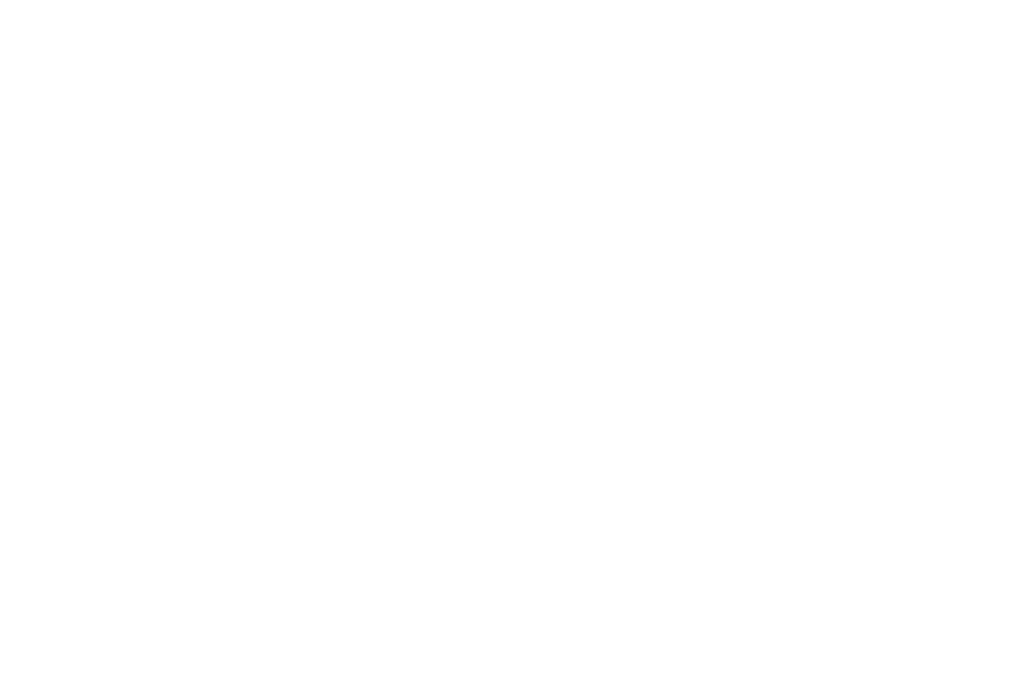
<source format=kicad_pcb>
(kicad_pcb (version 20171130) (host pcbnew "(5.1.6)-1")

  (general
    (thickness 1.6)
    (drawings 188)
    (tracks 0)
    (zones 0)
    (modules 0)
    (nets 1)
  )

  (page A4)
  (layers
    (0 F.Cu signal)
    (31 B.Cu signal)
    (32 B.Adhes user)
    (33 F.Adhes user)
    (34 B.Paste user)
    (35 F.Paste user)
    (36 B.SilkS user)
    (37 F.SilkS user)
    (38 B.Mask user)
    (39 F.Mask user)
    (40 Dwgs.User user)
    (41 Cmts.User user)
    (42 Eco1.User user)
    (43 Eco2.User user)
    (44 Edge.Cuts user)
    (45 Margin user)
    (46 B.CrtYd user)
    (47 F.CrtYd user)
    (48 B.Fab user)
    (49 F.Fab user)
  )

  (setup
    (last_trace_width 0.25)
    (trace_clearance 0.2)
    (zone_clearance 0.508)
    (zone_45_only no)
    (trace_min 0.2)
    (via_size 0.8)
    (via_drill 0.4)
    (via_min_size 0.4)
    (via_min_drill 0.3)
    (uvia_size 0.3)
    (uvia_drill 0.1)
    (uvias_allowed no)
    (uvia_min_size 0.2)
    (uvia_min_drill 0.1)
    (edge_width 0.05)
    (segment_width 0.2)
    (pcb_text_width 0.3)
    (pcb_text_size 1.5 1.5)
    (mod_edge_width 0.12)
    (mod_text_size 1 1)
    (mod_text_width 0.15)
    (pad_size 1.524 1.524)
    (pad_drill 0.762)
    (pad_to_mask_clearance 0.05)
    (aux_axis_origin 0 0)
    (visible_elements 7FFFFFFF)
    (pcbplotparams
      (layerselection 0x010fc_ffffffff)
      (usegerberextensions false)
      (usegerberattributes true)
      (usegerberadvancedattributes true)
      (creategerberjobfile true)
      (excludeedgelayer true)
      (linewidth 0.100000)
      (plotframeref false)
      (viasonmask false)
      (mode 1)
      (useauxorigin false)
      (hpglpennumber 1)
      (hpglpenspeed 20)
      (hpglpendiameter 15.000000)
      (psnegative false)
      (psa4output false)
      (plotreference true)
      (plotvalue true)
      (plotinvisibletext false)
      (padsonsilk false)
      (subtractmaskfromsilk false)
      (outputformat 1)
      (mirror false)
      (drillshape 1)
      (scaleselection 1)
      (outputdirectory ""))
  )

  (net 0 "")

  (net_class Default "This is the default net class."
    (clearance 0.2)
    (trace_width 0.25)
    (via_dia 0.8)
    (via_drill 0.4)
    (uvia_dia 0.3)
    (uvia_drill 0.1)
  )

  (gr_text "FEED means a track power feed from the controller.\nThese will be thin RED and BLACK wires with labels\nthat match this plan." (at 125.222 160.528) (layer Dwgs.User) (tstamp 5F0F51F1)
    (effects (font (size 2 2) (thickness 0.3)) (justify left))
  )
  (gr_text FEED[J-] (at 267.716 147.32) (layer Dwgs.User) (tstamp 5F0F51DF)
    (effects (font (size 2 2) (thickness 0.3)))
  )
  (gr_text FEED[D-] (at 189.484 122.428) (layer Dwgs.User) (tstamp 5F0F51EE)
    (effects (font (size 2 2) (thickness 0.3)))
  )
  (gr_text FROG#5 (at 189.484 108.966) (layer Dwgs.User) (tstamp 5F0F51EB)
    (effects (font (size 2 2) (thickness 0.3)))
  )
  (gr_text FEED[D-] (at 116.586 122.174) (layer Dwgs.User) (tstamp 5F0F51E8)
    (effects (font (size 2 2) (thickness 0.3)))
  )
  (gr_text FEED[D+] (at 115.824 108.966) (layer Dwgs.User) (tstamp 5F0F51E5)
    (effects (font (size 2 2) (thickness 0.3)))
  )
  (gr_text FEED[H+] (at 48.514 109.474) (layer Dwgs.User) (tstamp 5F0F51E2)
    (effects (font (size 2 2) (thickness 0.3)))
  )
  (gr_text FEED[I-] (at 264.414 96.774) (layer Dwgs.User) (tstamp 5F0F51DC)
    (effects (font (size 2 2) (thickness 0.3)))
  )
  (gr_text FEED[C-] (at 190.754 96.774) (layer Dwgs.User) (tstamp 5F0F526C)
    (effects (font (size 2 2) (thickness 0.3)))
  )
  (gr_text FEED[C+] (at 190.246 84.074) (layer Dwgs.User) (tstamp 5F0F5263)
    (effects (font (size 2 2) (thickness 0.3)))
  )
  (gr_text FEED[C-] (at 166.37 96.774) (layer Dwgs.User) (tstamp 5F0F523C)
    (effects (font (size 2 2) (thickness 0.3)))
  )
  (gr_text FEED[C+] (at 165.608 83.82) (layer Dwgs.User) (tstamp 5F0F524E)
    (effects (font (size 2 2) (thickness 0.3)))
  )
  (gr_text FEED[B-] (at 256.54 71.374) (layer Dwgs.User) (tstamp 5F0F5269)
    (effects (font (size 2 2) (thickness 0.3)))
  )
  (gr_text FEED[B+] (at 256.54 58.42) (layer Dwgs.User) (tstamp 5F0F526F)
    (effects (font (size 2 2) (thickness 0.3)))
  )
  (gr_text FROG#7 (at 191.262 45.72) (layer Dwgs.User) (tstamp 5F0F5260)
    (effects (font (size 2 2) (thickness 0.3)))
  )
  (gr_text FEED[A+] (at 190.5 33.528) (layer Dwgs.User) (tstamp 5F0F524B)
    (effects (font (size 2 2) (thickness 0.3)))
  )
  (gr_text FEED[A-] (at 91.44 71.882) (layer Dwgs.User) (tstamp 5F0F5248)
    (effects (font (size 2 2) (thickness 0.3)))
  )
  (gr_line (start 91.186 66.802) (end 91.186 69.342) (layer Dwgs.User) (width 0.15) (tstamp 5F0F504A))
  (gr_line (start 91.186 60.96) (end 91.186 62.738) (layer Dwgs.User) (width 0.15) (tstamp 5F0F50EF))
  (gr_text FEED[A+] (at 91.186 59.182) (layer Dwgs.User) (tstamp 5F0F525D)
    (effects (font (size 2 2) (thickness 0.3)))
  )
  (gr_text FEED[A-] (at 50.8 95.758) (layer Dwgs.User) (tstamp 5F0F527B)
    (effects (font (size 2 2) (thickness 0.3)))
  )
  (gr_text FEED[G+] (at 50.8 84.328) (layer Dwgs.User) (tstamp 5F0F523F)
    (effects (font (size 2 2) (thickness 0.3)))
  )
  (gr_text FEED[A-] (at 50.8 71.12) (layer Dwgs.User) (tstamp 5F0F5272)
    (effects (font (size 2 2) (thickness 0.3)))
  )
  (gr_text FEED[F+] (at 50.8 58.674) (layer Dwgs.User) (tstamp 5F0F5245)
    (effects (font (size 2 2) (thickness 0.3)))
  )
  (gr_text FEED[A-] (at 51.562 45.212) (layer Dwgs.User) (tstamp 5F0F5278)
    (effects (font (size 2 2) (thickness 0.3)))
  )
  (gr_text FEED[E+] (at 51.054 34.036) (layer Dwgs.User) (tstamp 5F0F5242)
    (effects (font (size 2 2) (thickness 0.3)))
  )
  (gr_line (start 264.414 91.948) (end 264.414 94.488) (layer Dwgs.User) (width 0.15) (tstamp 5F0F50DD))
  (gr_line (start 264.16 91.948) (end 264.16 94.488) (layer Dwgs.User) (width 0.15) (tstamp 5F0F5074))
  (gr_line (start 256.54 66.802) (end 256.54 69.342) (layer Dwgs.User) (width 0.15) (tstamp 5F0F5095))
  (gr_line (start 256.54 62.738) (end 256.54 60.452) (layer Dwgs.User) (width 0.15) (tstamp 5F0F50C8))
  (gr_line (start 191.008 37.338) (end 191.008 35.56) (layer Dwgs.User) (width 0.15) (tstamp 5F0F50B6))
  (gr_line (start 191.008 41.656) (end 191.008 43.434) (layer Dwgs.User) (width 0.15) (tstamp 5F0F50CB))
  (gr_line (start 187.198 113.792) (end 187.198 110.998) (layer Dwgs.User) (width 0.15) (tstamp 5F0F5083))
  (gr_line (start 187.198 117.602) (end 187.198 120.142) (layer Dwgs.User) (width 0.15) (tstamp 5F0F50E6))
  (gr_line (start 187.96 88.138) (end 187.96 85.852) (layer Dwgs.User) (width 0.15) (tstamp 5F0F5077))
  (gr_line (start 187.96 92.202) (end 187.96 94.742) (layer Dwgs.User) (width 0.15) (tstamp 5F0F508F))
  (gr_line (start 167.386 91.948) (end 167.386 94.488) (layer Dwgs.User) (width 0.15) (tstamp 5F0F506B))
  (gr_line (start 167.386 88.138) (end 167.386 85.852) (layer Dwgs.User) (width 0.15) (tstamp 5F0F5089))
  (gr_line (start 117.094 117.348) (end 117.094 119.888) (layer Dwgs.User) (width 0.15) (tstamp 5F0F504D))
  (gr_line (start 117.094 113.538) (end 117.094 110.998) (layer Dwgs.User) (width 0.15) (tstamp 5F0F5071))
  (gr_line (start 51.054 113.538) (end 51.054 111.76) (layer Dwgs.User) (width 0.15) (tstamp 5F0F50E3))
  (gr_line (start 51.054 91.948) (end 51.054 93.98) (layer Dwgs.User) (width 0.15) (tstamp 5F0F5056))
  (gr_line (start 51.054 86.36) (end 51.054 88.138) (layer Dwgs.User) (width 0.15) (tstamp 5F0F50AA))
  (gr_line (start 51.054 66.802) (end 51.054 68.834) (layer Dwgs.User) (width 0.15) (tstamp 5F0F509E))
  (gr_line (start 51.054 62.738) (end 51.054 60.706) (layer Dwgs.User) (width 0.15) (tstamp 5F0F50EC))
  (gr_line (start 51.308 41.402) (end 51.308 43.18) (layer Dwgs.User) (width 0.15) (tstamp 5F0F50DA))
  (gr_line (start 51.308 37.338) (end 51.308 35.814) (layer Dwgs.User) (width 0.15) (tstamp 5F0F50D7))
  (gr_line (start 266.7 143.002) (end 266.7 145.288) (layer Dwgs.User) (width 0.15) (tstamp 5F0F50CE))
  (gr_line (start 187.452 117.602) (end 187.452 120.142) (layer Dwgs.User) (width 0.15) (tstamp 5F0F50BC))
  (gr_line (start 187.452 113.792) (end 187.452 110.998) (layer Dwgs.User) (width 0.15) (tstamp 5F0F50B3))
  (gr_line (start 116.84 117.348) (end 116.84 119.888) (layer Dwgs.User) (width 0.15) (tstamp 5F0F509B))
  (gr_line (start 116.84 113.538) (end 116.84 110.998) (layer Dwgs.User) (width 0.15) (tstamp 5F0F5065))
  (gr_line (start 50.8 113.538) (end 50.8 111.76) (layer Dwgs.User) (width 0.15) (tstamp 5F0F50B9))
  (gr_line (start 167.64 91.948) (end 167.64 94.488) (layer Dwgs.User) (width 0.15) (tstamp 5F0F5098))
  (gr_line (start 167.64 88.138) (end 167.64 85.852) (layer Dwgs.User) (width 0.15) (tstamp 5F0F50B0))
  (gr_line (start 187.706 92.202) (end 187.706 94.742) (layer Dwgs.User) (width 0.15) (tstamp 5F0F50E9))
  (gr_line (start 187.706 88.138) (end 187.706 85.852) (layer Dwgs.User) (width 0.15) (tstamp 5F0F50C5))
  (gr_line (start 256.794 66.802) (end 256.794 69.342) (layer Dwgs.User) (width 0.15) (tstamp 5F0F5092))
  (gr_line (start 256.794 62.738) (end 256.794 60.452) (layer Dwgs.User) (width 0.15) (tstamp 5F0F50E0))
  (gr_line (start 190.754 37.338) (end 190.754 35.56) (layer Dwgs.User) (width 0.15) (tstamp 5F0F5050))
  (gr_line (start 190.754 41.656) (end 190.754 43.434) (layer Dwgs.User) (width 0.15) (tstamp 5F0F508C))
  (gr_line (start 91.44 62.738) (end 91.44 60.96) (layer Dwgs.User) (width 0.15) (tstamp 5F0F50D4))
  (gr_line (start 144.272 92.202) (end 144.272 93.98) (layer Dwgs.User) (width 0.15) (tstamp 5F0F50AD))
  (gr_line (start 216.408 41.402) (end 216.408 43.434) (layer Dwgs.User) (width 0.15) (tstamp 5F0F50D1))
  (gr_line (start 224.536 62.738) (end 223.266 64.008) (layer Dwgs.User) (width 0.15) (tstamp 5F0F505C))
  (gr_line (start 215.138 88.138) (end 215.138 86.36) (layer Dwgs.User) (width 0.15) (tstamp 5F0F5086))
  (gr_line (start 216.408 117.856) (end 216.408 119.38) (layer Dwgs.User) (width 0.15) (tstamp 5F0F50C2))
  (gr_line (start 140.716 113.538) (end 140.716 111.76) (layer Dwgs.User) (width 0.15) (tstamp 5F0F5053))
  (gr_line (start 89.662 117.602) (end 89.662 119.38) (layer Dwgs.User) (width 0.15) (tstamp 5F0F50BF))
  (gr_text FROG#4 (at 222.504 119.888) (layer Dwgs.User) (tstamp 5F0F5275)
    (effects (font (size 2 2) (thickness 0.3)))
  )
  (gr_text FROG#8 (at 83.312 120.396) (layer Dwgs.User) (tstamp 5F0F5239)
    (effects (font (size 2 2) (thickness 0.3)))
  )
  (gr_text FROG#5 (at 147.066 111.506) (layer Dwgs.User) (tstamp 5F0F5257)
    (effects (font (size 2 2) (thickness 0.3)))
  )
  (gr_text FROG#6 (at 138.176 94.488) (layer Dwgs.User) (tstamp 5F0F5266)
    (effects (font (size 2 2) (thickness 0.3)))
  )
  (gr_text FROG#3 (at 221.234 86.106) (layer Dwgs.User) (tstamp 5F0F525A)
    (effects (font (size 2 2) (thickness 0.3)))
  )
  (gr_text FROG#1 (at 222.504 43.688) (layer Dwgs.User) (tstamp 5F0F5254)
    (effects (font (size 2 2) (thickness 0.3)))
  )
  (gr_text FROG#2 (at 217.17 65.532) (layer Dwgs.User) (tstamp 5F0F5251)
    (effects (font (size 2 2) (thickness 0.3)))
  )
  (gr_text "FROG means solder the thin YELLOW\nwire labelled \"FROG\" from the points \nmotor to the track here." (at 25.4 180.34) (layer Dwgs.User) (tstamp 5F0F5230)
    (effects (font (size 2 2) (thickness 0.3)) (justify left))
  )
  (gr_text FROG#7 (at 111.506 65.024) (layer Dwgs.User) (tstamp 5F0F5224)
    (effects (font (size 2 2) (thickness 0.3)))
  )
  (gr_line (start 105.918 67.31) (end 106.934 66.294) (layer Dwgs.User) (width 0.15) (tstamp 5F0F50A7))
  (gr_line (start 177.8 31.75) (end 177.8 26.67) (layer Dwgs.User) (width 0.15) (tstamp 5F0F5080))
  (gr_line (start 177.8 123.19) (end 177.8 133.35) (layer Dwgs.User) (width 0.15) (tstamp 5F0F507D))
  (gr_line (start 177.8 97.79) (end 177.8 107.95) (layer Dwgs.User) (width 0.15) (tstamp 5F0F50A4))
  (gr_line (start 177.8 74.93) (end 177.8 82.55) (layer Dwgs.User) (width 0.15) (tstamp 5F0F507A))
  (gr_line (start 177.8 54.61) (end 177.8 59.69) (layer Dwgs.User) (width 0.15) (tstamp 5F0F5059))
  (gr_line (start 177.8 46.99) (end 177.8 52.07) (layer Dwgs.User) (width 0.15) (tstamp 5F0F50A1))
  (gr_line (start 177.8 44.45) (end 177.8 34.29) (layer Dwgs.User) (width 0.15) (tstamp 5F0F506E))
  (gr_line (start 177.8 72.39) (end 177.8 62.23) (layer Dwgs.User) (width 0.15) (tstamp 5F0F5068))
  (gr_line (start 177.8 135.89) (end 177.8 146.05) (layer Dwgs.User) (width 0.15) (tstamp 5F0F5062))
  (gr_line (start 177.8 110.49) (end 177.8 120.65) (layer Dwgs.User) (width 0.15) (tstamp 5F0F505F))
  (gr_line (start 177.8 85.09) (end 177.8 95.25) (layer Dwgs.User) (width 0.15) (tstamp 5F0F5173))
  (gr_text "#7" (at 101.6 64.77) (layer Dwgs.User) (tstamp 5F0F520C)
    (effects (font (size 3 3) (thickness 0.6)))
  )
  (gr_text "#8" (at 98.298 116.078) (layer Dwgs.User) (tstamp 5F0F5209)
    (effects (font (size 3 3) (thickness 0.6)))
  )
  (gr_text "#5" (at 132.842 115.062) (layer Dwgs.User) (tstamp 5F0F51FA)
    (effects (font (size 3 3) (thickness 0.6)))
  )
  (gr_text "#6" (at 153.67 91.186) (layer Dwgs.User) (tstamp 5F0F5221)
    (effects (font (size 3 3) (thickness 0.6)))
  )
  (gr_text "#4" (at 207.264 116.078) (layer Dwgs.User) (tstamp 5F0F520F)
    (effects (font (size 3 3) (thickness 0.6)))
  )
  (gr_text "#3" (at 207.518 89.154) (layer Dwgs.User) (tstamp 5F0F5233)
    (effects (font (size 3 3) (thickness 0.6)))
  )
  (gr_text "#2" (at 229.616 65.024) (layer Dwgs.User) (tstamp 5F0F51F7)
    (effects (font (size 3 3) (thickness 0.6)))
  )
  (gr_text "#1" (at 207.01 40.132) (layer Dwgs.User) (tstamp 5F0F5215)
    (effects (font (size 3 3) (thickness 0.6)))
  )
  (gr_text "GOLDEN KEY WIRING PLAN" (at 64.008 20.574) (layer Dwgs.User) (tstamp 5F0F5206)
    (effects (font (size 4 4) (thickness 0.6)))
  )
  (gr_text "GAP means put a break in the track here with an insulated\njoiner. The ones with arrows mean you should put it in the\nposition where you want the isolated siding to start. Others\njust need to go roughly half way between the points, the\nposition is not critical." (at 25.4 163.83) (layer Dwgs.User) (tstamp 5F0F522D)
    (effects (font (size 2 2) (thickness 0.3)) (justify left))
  )
  (gr_line (start 58.42 108.712) (end 59.182 109.474) (layer Dwgs.User) (width 0.15) (tstamp 5F0F515B))
  (gr_line (start 58.42 108.712) (end 59.182 107.95) (layer Dwgs.User) (width 0.15) (tstamp 5F0F5158))
  (gr_line (start 60.706 108.712) (end 58.42 108.712) (layer Dwgs.User) (width 0.15) (tstamp 5F0F5179))
  (gr_line (start 69.342 108.712) (end 68.58 109.474) (layer Dwgs.User) (width 0.15) (tstamp 5F0F51A3))
  (gr_line (start 69.342 108.712) (end 68.58 107.95) (layer Dwgs.User) (width 0.15) (tstamp 5F0F5155))
  (gr_line (start 66.802 108.712) (end 69.342 108.712) (layer Dwgs.User) (width 0.15) (tstamp 5F0F5128))
  (gr_line (start 241.046 96.52) (end 242.062 97.536) (layer Dwgs.User) (width 0.15) (tstamp 5F0F517C))
  (gr_line (start 241.046 96.52) (end 242.062 95.504) (layer Dwgs.User) (width 0.15) (tstamp 5F0F51C1))
  (gr_line (start 243.586 96.52) (end 241.046 96.52) (layer Dwgs.User) (width 0.15) (tstamp 5F0F5122))
  (gr_line (start 252.73 96.52) (end 251.968 97.282) (layer Dwgs.User) (width 0.15) (tstamp 5F0F51AF))
  (gr_line (start 252.73 96.52) (end 251.968 95.758) (layer Dwgs.User) (width 0.15) (tstamp 5F0F51BE))
  (gr_line (start 249.682 96.52) (end 252.73 96.52) (layer Dwgs.User) (width 0.15) (tstamp 5F0F51CA))
  (gr_line (start 243.84 147.574) (end 244.602 148.336) (layer Dwgs.User) (width 0.15) (tstamp 5F0F51BB))
  (gr_line (start 243.84 147.574) (end 244.602 146.812) (layer Dwgs.User) (width 0.15) (tstamp 5F0F5131))
  (gr_line (start 246.38 147.574) (end 243.84 147.574) (layer Dwgs.User) (width 0.15) (tstamp 5F0F51C7))
  (gr_line (start 255.27 147.574) (end 254.508 148.336) (layer Dwgs.User) (width 0.15) (tstamp 5F0F5170))
  (gr_line (start 255.27 147.574) (end 254.508 146.812) (layer Dwgs.User) (width 0.15) (tstamp 5F0F5146))
  (gr_line (start 252.73 147.574) (end 255.27 147.574) (layer Dwgs.User) (width 0.15) (tstamp 5F0F515E))
  (gr_line (start 129.54 113.03) (end 25.4 113.03) (layer Dwgs.User) (width 0.15) (tstamp 5F0F514F))
  (gr_line (start 149.86 92.71) (end 124.46 92.71) (layer Dwgs.User) (width 0.15) (tstamp 5F0F51AC))
  (gr_line (start 279.4 113.03) (end 137.16 113.03) (layer Dwgs.User) (width 0.15) (tstamp 5F0F5125))
  (gr_line (start 279.4 92.71) (end 157.48 92.71) (layer Dwgs.User) (width 0.15) (tstamp 5F0F5185))
  (gr_line (start 91.44 66.802) (end 91.44 69.342) (layer Dwgs.User) (width 0.15) (tstamp 5F0F513A))
  (gr_line (start 50.8 91.948) (end 50.8 93.98) (layer Dwgs.User) (width 0.15) (tstamp 5F0F518B))
  (gr_line (start 50.8 88.138) (end 50.8 86.36) (layer Dwgs.User) (width 0.15) (tstamp 5F0F5137))
  (gr_line (start 50.8 66.802) (end 50.8 68.834) (layer Dwgs.User) (width 0.15) (tstamp 5F0F5164))
  (gr_line (start 50.8 62.738) (end 50.8 60.706) (layer Dwgs.User) (width 0.15) (tstamp 5F0F518E))
  (gr_line (start 51.054 41.402) (end 51.054 43.18) (layer Dwgs.User) (width 0.15) (tstamp 5F0F5149))
  (gr_line (start 51.054 37.338) (end 51.054 35.814) (layer Dwgs.User) (width 0.15) (tstamp 5F0F516A))
  (gr_text GAP (at 63.754 108.712) (layer Dwgs.User) (tstamp 5F0F5203)
    (effects (font (size 2 2) (thickness 0.3)))
  )
  (gr_text GAP (at 120.65 93.98) (layer Dwgs.User) (tstamp 5F0F521E)
    (effects (font (size 2 2) (thickness 0.3)))
  )
  (gr_text GAP (at 130.302 84.836) (layer Dwgs.User) (tstamp 5F0F5200)
    (effects (font (size 2 2) (thickness 0.3)))
  )
  (gr_text GAP (at 136.652 102.616) (layer Dwgs.User) (tstamp 5F0F5212)
    (effects (font (size 2 2) (thickness 0.3)))
  )
  (gr_text GAP (at 148.844 105.156) (layer Dwgs.User) (tstamp 5F0F522A)
    (effects (font (size 2 2) (thickness 0.3)))
  )
  (gr_text GAP (at 249.428 147.828) (layer Dwgs.User) (tstamp 5F0F521B)
    (effects (font (size 2 2) (thickness 0.3)))
  )
  (gr_text GAP (at 246.634 96.52) (layer Dwgs.User) (tstamp 5F0F5227)
    (effects (font (size 2 2) (thickness 0.3)))
  )
  (gr_text GAP (at 219.964 83.058) (layer Dwgs.User) (tstamp 5F0F51FD)
    (effects (font (size 2 2) (thickness 0.3)))
  )
  (gr_text GAP (at 205.486 80.01) (layer Dwgs.User) (tstamp 5F0F51F4)
    (effects (font (size 2 2) (thickness 0.3)))
  )
  (gr_text GAP (at 206.248 51.562) (layer Dwgs.User) (tstamp 5F0F5218)
    (effects (font (size 2 2) (thickness 0.3)))
  )
  (gr_line (start 144.526 104.902) (end 145.542 105.918) (layer Dwgs.User) (width 0.15) (tstamp 5F0F51B8))
  (gr_line (start 140.716 102.362) (end 139.446 101.346) (layer Dwgs.User) (width 0.15) (tstamp 5F0F5188))
  (gr_line (start 63.5 113.538) (end 63.5 111.252) (layer Dwgs.User) (width 0.15) (tstamp 5F0F512B))
  (gr_line (start 248.92 142.748) (end 248.92 145.034) (layer Dwgs.User) (width 0.15) (tstamp 5F0F5143))
  (gr_line (start 246.38 92.202) (end 246.38 93.726) (layer Dwgs.User) (width 0.15) (tstamp 5F0F5182))
  (gr_line (start 25.4 67.31) (end 76.2 67.31) (layer Dwgs.User) (width 0.15) (tstamp 5F0F512E))
  (gr_line (start 76.2 62.23) (end 25.4 62.23) (layer Dwgs.User) (width 0.15) (tstamp 5F0F51B2))
  (gr_line (start 99.06 67.31) (end 78.74 67.31) (layer Dwgs.User) (width 0.15) (tstamp 5F0F51D9))
  (gr_line (start 99.06 62.23) (end 78.74 62.23) (layer Dwgs.User) (width 0.15) (tstamp 5F0F5167))
  (gr_line (start 123.19 90.932) (end 121.92 92.202) (layer Dwgs.User) (width 0.15) (tstamp 5F0F51A0))
  (gr_line (start 125.984 87.122) (end 127.254 85.852) (layer Dwgs.User) (width 0.15) (tstamp 5F0F51D6))
  (gr_line (start 215.646 82.296) (end 216.662 83.312) (layer Dwgs.User) (width 0.15) (tstamp 5F0F5161))
  (gr_line (start 209.296 82.296) (end 208.026 81.026) (layer Dwgs.User) (width 0.15) (tstamp 5F0F51D3))
  (gr_text GAP (at 220.218 47.498) (layer Dwgs.User) (tstamp 5F0F5236)
    (effects (font (size 2 2) (thickness 0.3)))
  )
  (gr_line (start 215.392 46.99) (end 216.662 45.72) (layer Dwgs.User) (width 0.15) (tstamp 5F0F514C))
  (gr_line (start 210.566 48.514) (end 209.042 50.038) (layer Dwgs.User) (width 0.15) (tstamp 5F0F51B5))
  (gr_line (start 76.2 92.71) (end 25.4 92.71) (layer Dwgs.User) (width 0.15) (tstamp 5F0F51A6))
  (gr_line (start 25.4 87.63) (end 76.2 87.63) (layer Dwgs.User) (width 0.15) (tstamp 5F0F517F))
  (gr_line (start 76.2 41.91) (end 25.4 41.91) (layer Dwgs.User) (width 0.15) (tstamp 5F0F51D0))
  (gr_line (start 25.4 36.83) (end 76.2 36.83) (layer Dwgs.User) (width 0.15) (tstamp 5F0F51A9))
  (gr_line (start 226.06 64.77) (end 203.2 41.91) (layer Dwgs.User) (width 0.15) (tstamp 5F0F51C4))
  (gr_line (start 203.2 87.63) (end 226.06 64.77) (layer Dwgs.User) (width 0.15) (tstamp 5F0F519D))
  (gr_line (start 127 87.63) (end 203.2 87.63) (layer Dwgs.User) (width 0.15) (tstamp 5F0F519A))
  (gr_line (start 104.14 64.77) (end 127 87.63) (layer Dwgs.User) (width 0.15) (tstamp 5F0F5134))
  (gr_line (start 127 41.91) (end 104.14 64.77) (layer Dwgs.User) (width 0.15) (tstamp 5F0F5176))
  (gr_line (start 149.86 92.71) (end 129.54 113.03) (layer Dwgs.User) (width 0.15) (tstamp 5F0F5197))
  (gr_line (start 93.98 118.11) (end 25.4 118.11) (layer Dwgs.User) (width 0.15) (tstamp 5F0F5194))
  (gr_line (start 73.66 138.43) (end 93.98 118.11) (layer Dwgs.User) (width 0.15) (tstamp 5F0F51CD))
  (gr_line (start 25.4 138.43) (end 73.66 138.43) (layer Dwgs.User) (width 0.15) (tstamp 5F0F516D))
  (gr_line (start 76.2 143.51) (end 25.4 143.51) (layer Dwgs.User) (width 0.15) (tstamp 5F0F5191))
  (gr_line (start 101.6 118.11) (end 76.2 143.51) (layer Dwgs.User) (width 0.15) (tstamp 5F0F5152))
  (gr_line (start 203.2 118.11) (end 101.6 118.11) (layer Dwgs.User) (width 0.15) (tstamp 5F0F5140))
  (gr_line (start 228.6 143.51) (end 203.2 118.11) (layer Dwgs.User) (width 0.15) (tstamp 5F0F513D))
  (gr_line (start 279.4 143.51) (end 228.6 143.51) (layer Dwgs.User) (width 0.15) (tstamp 5F0F5116))
  (gr_line (start 231.14 138.43) (end 279.4 138.43) (layer Dwgs.User) (width 0.15) (tstamp 5F0F5101))
  (gr_line (start 210.82 118.11) (end 231.14 138.43) (layer Dwgs.User) (width 0.15) (tstamp 5F0F511C))
  (gr_line (start 279.4 118.11) (end 210.82 118.11) (layer Dwgs.User) (width 0.15) (tstamp 5F0F50F2))
  (gr_line (start 157.48 92.71) (end 137.16 113.03) (layer Dwgs.User) (width 0.15) (tstamp 5F0F510A))
  (gr_line (start 99.06 67.31) (end 124.46 92.71) (layer Dwgs.User) (width 0.15) (tstamp 5F0F5110))
  (gr_line (start 124.46 36.83) (end 99.06 62.23) (layer Dwgs.User) (width 0.15) (tstamp 5F0F50FE))
  (gr_line (start 210.82 87.63) (end 279.4 87.63) (layer Dwgs.User) (width 0.15) (tstamp 5F0F50FB))
  (gr_line (start 231.14 67.31) (end 210.82 87.63) (layer Dwgs.User) (width 0.15) (tstamp 5F0F5119))
  (gr_line (start 279.4 67.31) (end 231.14 67.31) (layer Dwgs.User) (width 0.15) (tstamp 5F0F511F))
  (gr_line (start 231.14 62.23) (end 279.4 62.23) (layer Dwgs.User) (width 0.15) (tstamp 5F0F5104))
  (gr_line (start 210.82 41.91) (end 231.14 62.23) (layer Dwgs.User) (width 0.15) (tstamp 5F0F5113))
  (gr_line (start 279.4 41.91) (end 210.82 41.91) (layer Dwgs.User) (width 0.15) (tstamp 5F0F510D))
  (gr_line (start 205.74 36.83) (end 279.4 36.83) (layer Dwgs.User) (width 0.15) (tstamp 5F0F5107))
  (gr_line (start 127 41.91) (end 203.2 41.91) (layer Dwgs.User) (width 0.15) (tstamp 5F0F50F8))
  (gr_line (start 124.46 36.83) (end 205.74 36.83) (layer Dwgs.User) (width 0.15) (tstamp 5F0F50F5))

)

</source>
